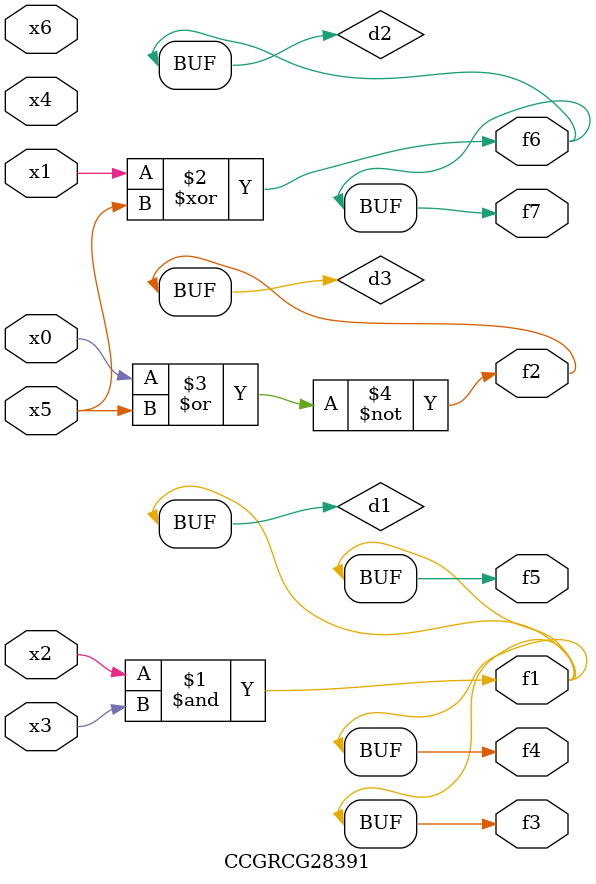
<source format=v>
module CCGRCG28391(
	input x0, x1, x2, x3, x4, x5, x6,
	output f1, f2, f3, f4, f5, f6, f7
);

	wire d1, d2, d3;

	and (d1, x2, x3);
	xor (d2, x1, x5);
	nor (d3, x0, x5);
	assign f1 = d1;
	assign f2 = d3;
	assign f3 = d1;
	assign f4 = d1;
	assign f5 = d1;
	assign f6 = d2;
	assign f7 = d2;
endmodule

</source>
